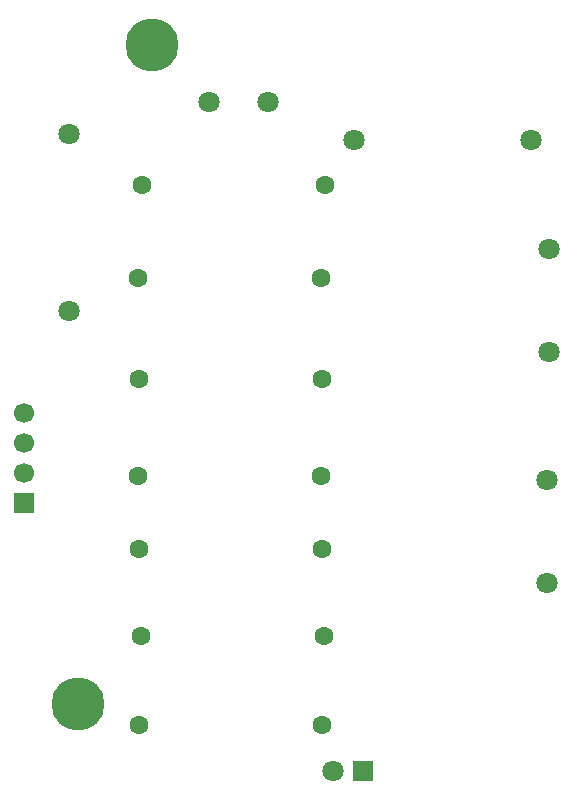
<source format=gbl>
G04 Layer: BottomLayer*
G04 EasyEDA Pro v2.1.64.d1969c9c.217bcf, 2024-09-26 22:54:29*
G04 Gerber Generator version 0.3*
G04 Scale: 100 percent, Rotated: No, Reflected: No*
G04 Dimensions in millimeters*
G04 Leading zeros omitted, absolute positions, 3 integers and 5 decimals*
%FSLAX35Y35*%
%MOMM*%
%ADD10C,1.8*%
%ADD11C,1.6*%
%ADD12R,1.7X1.7*%
%ADD13C,1.7*%
%ADD14C,4.5*%
%ADD15R,1.8X1.8*%
G75*


G04 Pad Start*
G54D10*
G01X8978900Y-1927200D03*
G01X8978900Y-2797200D03*
G01X8991600Y28600D03*
G01X8991600Y-841400D03*
G54D11*
G01X7074205Y-4000500D03*
G01X5524195Y-4000500D03*
G01X7086905Y-3251200D03*
G01X5536895Y-3251200D03*
G01X7061505Y-1892300D03*
G01X5511495Y-1892300D03*
G01X5524195Y-2514600D03*
G01X7074205Y-2514600D03*
G01X7071035Y-1072401D03*
G01X5521025Y-1072401D03*
G01X5511495Y-215900D03*
G01X7061505Y-215900D03*
G54D10*
G01X6612636Y1270000D03*
G01X6112764Y1270000D03*
G01X4927600Y1004011D03*
G01X4927600Y-496011D03*
G01X8839911Y952500D03*
G01X7339889Y952500D03*
G54D12*
G01X4546600Y-2120900D03*
G54D13*
G01X4546600Y-1866900D03*
G01X4546600Y-1612900D03*
G01X4546600Y-1358900D03*
G54D11*
G01X7099605Y571500D03*
G01X5549595Y571500D03*
G54D14*
G01X5632412Y1753489D03*
G01X5010112Y-3823983D03*
G54D10*
G01X7162800Y-4394200D03*
G54D15*
G01X7416800Y-4394200D03*
G04 Pad End*

M02*

</source>
